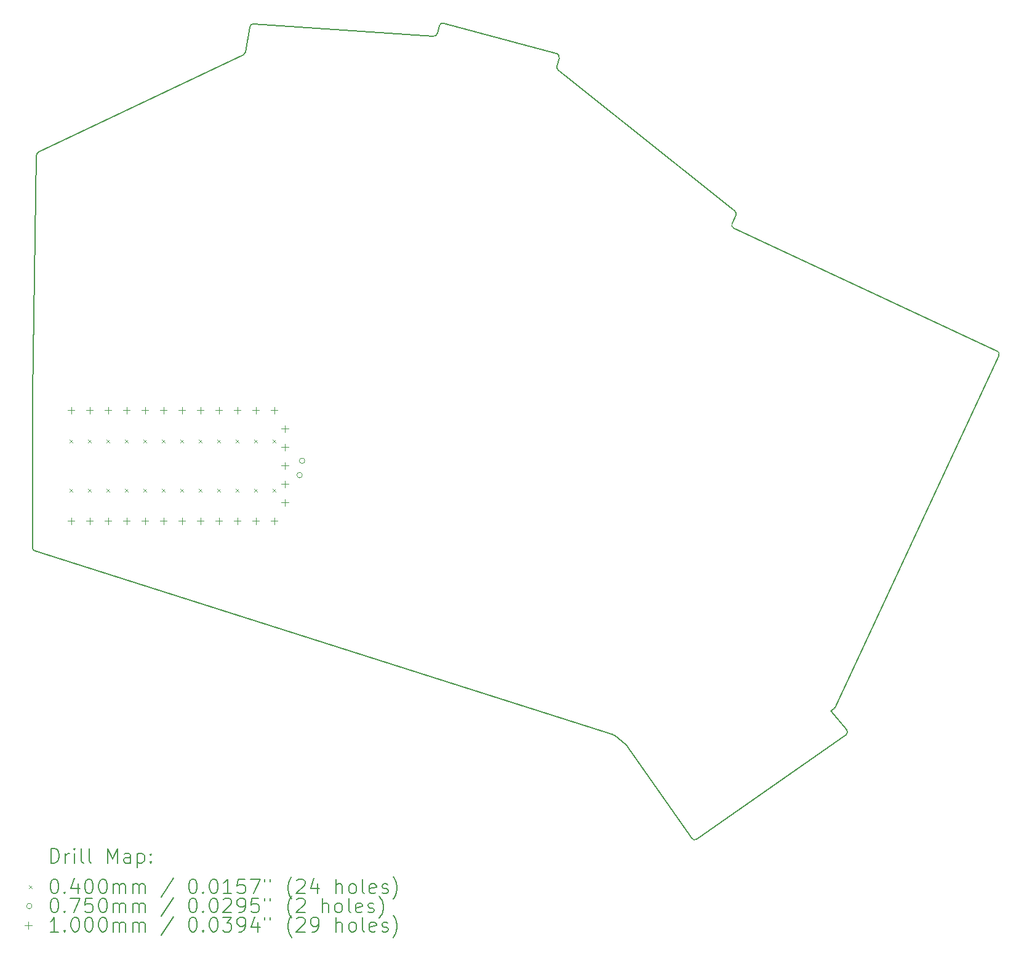
<source format=gbr>
%TF.GenerationSoftware,KiCad,Pcbnew,8.0.8+1*%
%TF.CreationDate,2025-05-19T02:25:48+00:00*%
%TF.ProjectId,mearchlar_wireless,6d656172-6368-46c6-9172-5f776972656c,0.2*%
%TF.SameCoordinates,Original*%
%TF.FileFunction,Drillmap*%
%TF.FilePolarity,Positive*%
%FSLAX45Y45*%
G04 Gerber Fmt 4.5, Leading zero omitted, Abs format (unit mm)*
G04 Created by KiCad (PCBNEW 8.0.8+1) date 2025-05-19 02:25:48*
%MOMM*%
%LPD*%
G01*
G04 APERTURE LIST*
%ADD10C,0.150000*%
%ADD11C,0.200000*%
%ADD12C,0.100000*%
G04 APERTURE END LIST*
D10*
X9100007Y-9126587D02*
X9154488Y-5825011D01*
X9183010Y-5780681D02*
X12001128Y-4440685D01*
X12028897Y-4404213D02*
X12090392Y-4055454D01*
X12143067Y-4014254D02*
X14616690Y-4184528D01*
X14668420Y-4147587D02*
X14697001Y-4040921D01*
X14758238Y-4005566D02*
X16308936Y-4421074D01*
X16344291Y-4482312D02*
X16313519Y-4597154D01*
X16330607Y-4649160D02*
X18762011Y-6591581D01*
X18724064Y-6763405D02*
X18776118Y-6651776D01*
X20080569Y-13476294D02*
X20299724Y-13732601D01*
X20290401Y-13806052D02*
X18238488Y-15242817D01*
X18168852Y-15230539D02*
X17272259Y-13950072D01*
X17262597Y-13939756D02*
X17106773Y-13814703D01*
X17090630Y-13806050D02*
X9134848Y-11276082D01*
X9100000Y-11228433D02*
X9100000Y-9127412D01*
X18748249Y-6829851D02*
X22371577Y-8519437D01*
X22395761Y-8585883D02*
X20137837Y-13428016D01*
X20121201Y-13447843D02*
X20080569Y-13476294D01*
X9154488Y-5825011D02*
G75*
G02*
X9183012Y-5780685I49992J-829D01*
G01*
X12028897Y-4404213D02*
G75*
G02*
X12001127Y-4440684I-49237J8683D01*
G01*
X12090392Y-4055454D02*
G75*
G02*
X12143066Y-4014260I49238J-8686D01*
G01*
X14668420Y-4147587D02*
G75*
G02*
X14616690Y-4184535I-48300J12937D01*
G01*
X14697001Y-4040921D02*
G75*
G02*
X14758240Y-4005561I48299J-12939D01*
G01*
X16308936Y-4421074D02*
G75*
G02*
X16344287Y-4482311I-12946J-48296D01*
G01*
X16330607Y-4649160D02*
G75*
G02*
X16313525Y-4597156I31213J39060D01*
G01*
X18762010Y-6591581D02*
G75*
G02*
X18776122Y-6651778I-31210J-39069D01*
G01*
X18748249Y-6829851D02*
G75*
G02*
X18724069Y-6763407I21131J45312D01*
G01*
X22371577Y-8519437D02*
G75*
G02*
X22395760Y-8585883I-21127J-45313D01*
G01*
X20137837Y-13428016D02*
G75*
G02*
X20121202Y-13447845I-45317J21126D01*
G01*
X20299724Y-13732601D02*
G75*
G02*
X20290397Y-13806047I-38004J-32489D01*
G01*
X18238488Y-15242817D02*
G75*
G02*
X18168853Y-15230538I-28678J40957D01*
G01*
X17262597Y-13939756D02*
G75*
G02*
X17272259Y-13950073I-31297J-38994D01*
G01*
X17090630Y-13806050D02*
G75*
G02*
X17106773Y-13814703I-15150J-47650D01*
G01*
X9134848Y-11276082D02*
G75*
G02*
X9099997Y-11228433I15153J47652D01*
G01*
X9100000Y-9127412D02*
G75*
G02*
X9100007Y-9126587I50050J2D01*
G01*
D11*
D12*
X9610000Y-9740000D02*
X9650000Y-9780000D01*
X9650000Y-9740000D02*
X9610000Y-9780000D01*
X9610000Y-10420000D02*
X9650000Y-10460000D01*
X9650000Y-10420000D02*
X9610000Y-10460000D01*
X9864000Y-9740000D02*
X9904000Y-9780000D01*
X9904000Y-9740000D02*
X9864000Y-9780000D01*
X9864000Y-10420000D02*
X9904000Y-10460000D01*
X9904000Y-10420000D02*
X9864000Y-10460000D01*
X10118000Y-9740000D02*
X10158000Y-9780000D01*
X10158000Y-9740000D02*
X10118000Y-9780000D01*
X10118000Y-10420000D02*
X10158000Y-10460000D01*
X10158000Y-10420000D02*
X10118000Y-10460000D01*
X10372000Y-9740000D02*
X10412000Y-9780000D01*
X10412000Y-9740000D02*
X10372000Y-9780000D01*
X10372000Y-10420000D02*
X10412000Y-10460000D01*
X10412000Y-10420000D02*
X10372000Y-10460000D01*
X10626000Y-9740000D02*
X10666000Y-9780000D01*
X10666000Y-9740000D02*
X10626000Y-9780000D01*
X10626000Y-10420000D02*
X10666000Y-10460000D01*
X10666000Y-10420000D02*
X10626000Y-10460000D01*
X10880000Y-9740000D02*
X10920000Y-9780000D01*
X10920000Y-9740000D02*
X10880000Y-9780000D01*
X10880000Y-10420000D02*
X10920000Y-10460000D01*
X10920000Y-10420000D02*
X10880000Y-10460000D01*
X11134000Y-9740000D02*
X11174000Y-9780000D01*
X11174000Y-9740000D02*
X11134000Y-9780000D01*
X11134000Y-10420000D02*
X11174000Y-10460000D01*
X11174000Y-10420000D02*
X11134000Y-10460000D01*
X11388000Y-9740000D02*
X11428000Y-9780000D01*
X11428000Y-9740000D02*
X11388000Y-9780000D01*
X11388000Y-10420000D02*
X11428000Y-10460000D01*
X11428000Y-10420000D02*
X11388000Y-10460000D01*
X11642000Y-9740000D02*
X11682000Y-9780000D01*
X11682000Y-9740000D02*
X11642000Y-9780000D01*
X11642000Y-10420000D02*
X11682000Y-10460000D01*
X11682000Y-10420000D02*
X11642000Y-10460000D01*
X11896000Y-9740000D02*
X11936000Y-9780000D01*
X11936000Y-9740000D02*
X11896000Y-9780000D01*
X11896000Y-10420000D02*
X11936000Y-10460000D01*
X11936000Y-10420000D02*
X11896000Y-10460000D01*
X12150000Y-9740000D02*
X12190000Y-9780000D01*
X12190000Y-9740000D02*
X12150000Y-9780000D01*
X12150000Y-10420000D02*
X12190000Y-10460000D01*
X12190000Y-10420000D02*
X12150000Y-10460000D01*
X12404000Y-9740000D02*
X12444000Y-9780000D01*
X12444000Y-9740000D02*
X12404000Y-9780000D01*
X12404000Y-10420000D02*
X12444000Y-10460000D01*
X12444000Y-10420000D02*
X12404000Y-10460000D01*
X12811260Y-10228937D02*
G75*
G02*
X12736260Y-10228937I-37500J0D01*
G01*
X12736260Y-10228937D02*
G75*
G02*
X12811260Y-10228937I37500J0D01*
G01*
X12845990Y-10031976D02*
G75*
G02*
X12770990Y-10031976I-37500J0D01*
G01*
X12770990Y-10031976D02*
G75*
G02*
X12845990Y-10031976I37500J0D01*
G01*
X9630000Y-9288000D02*
X9630000Y-9388000D01*
X9580000Y-9338000D02*
X9680000Y-9338000D01*
X9630000Y-10812000D02*
X9630000Y-10912000D01*
X9580000Y-10862000D02*
X9680000Y-10862000D01*
X9884000Y-9288000D02*
X9884000Y-9388000D01*
X9834000Y-9338000D02*
X9934000Y-9338000D01*
X9884000Y-10812000D02*
X9884000Y-10912000D01*
X9834000Y-10862000D02*
X9934000Y-10862000D01*
X10138000Y-9288000D02*
X10138000Y-9388000D01*
X10088000Y-9338000D02*
X10188000Y-9338000D01*
X10138000Y-10812000D02*
X10138000Y-10912000D01*
X10088000Y-10862000D02*
X10188000Y-10862000D01*
X10392000Y-9288000D02*
X10392000Y-9388000D01*
X10342000Y-9338000D02*
X10442000Y-9338000D01*
X10392000Y-10812000D02*
X10392000Y-10912000D01*
X10342000Y-10862000D02*
X10442000Y-10862000D01*
X10646000Y-9288000D02*
X10646000Y-9388000D01*
X10596000Y-9338000D02*
X10696000Y-9338000D01*
X10646000Y-10812000D02*
X10646000Y-10912000D01*
X10596000Y-10862000D02*
X10696000Y-10862000D01*
X10900000Y-9288000D02*
X10900000Y-9388000D01*
X10850000Y-9338000D02*
X10950000Y-9338000D01*
X10900000Y-10812000D02*
X10900000Y-10912000D01*
X10850000Y-10862000D02*
X10950000Y-10862000D01*
X11154000Y-9288000D02*
X11154000Y-9388000D01*
X11104000Y-9338000D02*
X11204000Y-9338000D01*
X11154000Y-10812000D02*
X11154000Y-10912000D01*
X11104000Y-10862000D02*
X11204000Y-10862000D01*
X11408000Y-9288000D02*
X11408000Y-9388000D01*
X11358000Y-9338000D02*
X11458000Y-9338000D01*
X11408000Y-10812000D02*
X11408000Y-10912000D01*
X11358000Y-10862000D02*
X11458000Y-10862000D01*
X11662000Y-9288000D02*
X11662000Y-9388000D01*
X11612000Y-9338000D02*
X11712000Y-9338000D01*
X11662000Y-10812000D02*
X11662000Y-10912000D01*
X11612000Y-10862000D02*
X11712000Y-10862000D01*
X11916000Y-9288000D02*
X11916000Y-9388000D01*
X11866000Y-9338000D02*
X11966000Y-9338000D01*
X11916000Y-10812000D02*
X11916000Y-10912000D01*
X11866000Y-10862000D02*
X11966000Y-10862000D01*
X12170000Y-9288000D02*
X12170000Y-9388000D01*
X12120000Y-9338000D02*
X12220000Y-9338000D01*
X12170000Y-10812000D02*
X12170000Y-10912000D01*
X12120000Y-10862000D02*
X12220000Y-10862000D01*
X12424000Y-9288000D02*
X12424000Y-9388000D01*
X12374000Y-9338000D02*
X12474000Y-9338000D01*
X12424000Y-10812000D02*
X12424000Y-10912000D01*
X12374000Y-10862000D02*
X12474000Y-10862000D01*
X12570000Y-9542000D02*
X12570000Y-9642000D01*
X12520000Y-9592000D02*
X12620000Y-9592000D01*
X12570000Y-9796000D02*
X12570000Y-9896000D01*
X12520000Y-9846000D02*
X12620000Y-9846000D01*
X12570000Y-10050000D02*
X12570000Y-10150000D01*
X12520000Y-10100000D02*
X12620000Y-10100000D01*
X12570000Y-10304000D02*
X12570000Y-10404000D01*
X12520000Y-10354000D02*
X12620000Y-10354000D01*
X12570000Y-10558000D02*
X12570000Y-10658000D01*
X12520000Y-10608000D02*
X12620000Y-10608000D01*
D11*
X9353277Y-15570843D02*
X9353277Y-15370843D01*
X9353277Y-15370843D02*
X9400896Y-15370843D01*
X9400896Y-15370843D02*
X9429467Y-15380367D01*
X9429467Y-15380367D02*
X9448515Y-15399414D01*
X9448515Y-15399414D02*
X9458039Y-15418462D01*
X9458039Y-15418462D02*
X9467563Y-15456557D01*
X9467563Y-15456557D02*
X9467563Y-15485129D01*
X9467563Y-15485129D02*
X9458039Y-15523224D01*
X9458039Y-15523224D02*
X9448515Y-15542272D01*
X9448515Y-15542272D02*
X9429467Y-15561319D01*
X9429467Y-15561319D02*
X9400896Y-15570843D01*
X9400896Y-15570843D02*
X9353277Y-15570843D01*
X9553277Y-15570843D02*
X9553277Y-15437510D01*
X9553277Y-15475605D02*
X9562801Y-15456557D01*
X9562801Y-15456557D02*
X9572324Y-15447033D01*
X9572324Y-15447033D02*
X9591372Y-15437510D01*
X9591372Y-15437510D02*
X9610420Y-15437510D01*
X9677086Y-15570843D02*
X9677086Y-15437510D01*
X9677086Y-15370843D02*
X9667563Y-15380367D01*
X9667563Y-15380367D02*
X9677086Y-15389891D01*
X9677086Y-15389891D02*
X9686610Y-15380367D01*
X9686610Y-15380367D02*
X9677086Y-15370843D01*
X9677086Y-15370843D02*
X9677086Y-15389891D01*
X9800896Y-15570843D02*
X9781848Y-15561319D01*
X9781848Y-15561319D02*
X9772324Y-15542272D01*
X9772324Y-15542272D02*
X9772324Y-15370843D01*
X9905658Y-15570843D02*
X9886610Y-15561319D01*
X9886610Y-15561319D02*
X9877086Y-15542272D01*
X9877086Y-15542272D02*
X9877086Y-15370843D01*
X10134229Y-15570843D02*
X10134229Y-15370843D01*
X10134229Y-15370843D02*
X10200896Y-15513700D01*
X10200896Y-15513700D02*
X10267563Y-15370843D01*
X10267563Y-15370843D02*
X10267563Y-15570843D01*
X10448515Y-15570843D02*
X10448515Y-15466081D01*
X10448515Y-15466081D02*
X10438991Y-15447033D01*
X10438991Y-15447033D02*
X10419944Y-15437510D01*
X10419944Y-15437510D02*
X10381848Y-15437510D01*
X10381848Y-15437510D02*
X10362801Y-15447033D01*
X10448515Y-15561319D02*
X10429467Y-15570843D01*
X10429467Y-15570843D02*
X10381848Y-15570843D01*
X10381848Y-15570843D02*
X10362801Y-15561319D01*
X10362801Y-15561319D02*
X10353277Y-15542272D01*
X10353277Y-15542272D02*
X10353277Y-15523224D01*
X10353277Y-15523224D02*
X10362801Y-15504176D01*
X10362801Y-15504176D02*
X10381848Y-15494653D01*
X10381848Y-15494653D02*
X10429467Y-15494653D01*
X10429467Y-15494653D02*
X10448515Y-15485129D01*
X10543753Y-15437510D02*
X10543753Y-15637510D01*
X10543753Y-15447033D02*
X10562801Y-15437510D01*
X10562801Y-15437510D02*
X10600896Y-15437510D01*
X10600896Y-15437510D02*
X10619944Y-15447033D01*
X10619944Y-15447033D02*
X10629467Y-15456557D01*
X10629467Y-15456557D02*
X10638991Y-15475605D01*
X10638991Y-15475605D02*
X10638991Y-15532748D01*
X10638991Y-15532748D02*
X10629467Y-15551795D01*
X10629467Y-15551795D02*
X10619944Y-15561319D01*
X10619944Y-15561319D02*
X10600896Y-15570843D01*
X10600896Y-15570843D02*
X10562801Y-15570843D01*
X10562801Y-15570843D02*
X10543753Y-15561319D01*
X10724705Y-15551795D02*
X10734229Y-15561319D01*
X10734229Y-15561319D02*
X10724705Y-15570843D01*
X10724705Y-15570843D02*
X10715182Y-15561319D01*
X10715182Y-15561319D02*
X10724705Y-15551795D01*
X10724705Y-15551795D02*
X10724705Y-15570843D01*
X10724705Y-15447033D02*
X10734229Y-15456557D01*
X10734229Y-15456557D02*
X10724705Y-15466081D01*
X10724705Y-15466081D02*
X10715182Y-15456557D01*
X10715182Y-15456557D02*
X10724705Y-15447033D01*
X10724705Y-15447033D02*
X10724705Y-15466081D01*
D12*
X9052500Y-15879359D02*
X9092500Y-15919359D01*
X9092500Y-15879359D02*
X9052500Y-15919359D01*
D11*
X9391372Y-15790843D02*
X9410420Y-15790843D01*
X9410420Y-15790843D02*
X9429467Y-15800367D01*
X9429467Y-15800367D02*
X9438991Y-15809891D01*
X9438991Y-15809891D02*
X9448515Y-15828938D01*
X9448515Y-15828938D02*
X9458039Y-15867033D01*
X9458039Y-15867033D02*
X9458039Y-15914653D01*
X9458039Y-15914653D02*
X9448515Y-15952748D01*
X9448515Y-15952748D02*
X9438991Y-15971795D01*
X9438991Y-15971795D02*
X9429467Y-15981319D01*
X9429467Y-15981319D02*
X9410420Y-15990843D01*
X9410420Y-15990843D02*
X9391372Y-15990843D01*
X9391372Y-15990843D02*
X9372324Y-15981319D01*
X9372324Y-15981319D02*
X9362801Y-15971795D01*
X9362801Y-15971795D02*
X9353277Y-15952748D01*
X9353277Y-15952748D02*
X9343753Y-15914653D01*
X9343753Y-15914653D02*
X9343753Y-15867033D01*
X9343753Y-15867033D02*
X9353277Y-15828938D01*
X9353277Y-15828938D02*
X9362801Y-15809891D01*
X9362801Y-15809891D02*
X9372324Y-15800367D01*
X9372324Y-15800367D02*
X9391372Y-15790843D01*
X9543753Y-15971795D02*
X9553277Y-15981319D01*
X9553277Y-15981319D02*
X9543753Y-15990843D01*
X9543753Y-15990843D02*
X9534229Y-15981319D01*
X9534229Y-15981319D02*
X9543753Y-15971795D01*
X9543753Y-15971795D02*
X9543753Y-15990843D01*
X9724705Y-15857510D02*
X9724705Y-15990843D01*
X9677086Y-15781319D02*
X9629467Y-15924176D01*
X9629467Y-15924176D02*
X9753277Y-15924176D01*
X9867563Y-15790843D02*
X9886610Y-15790843D01*
X9886610Y-15790843D02*
X9905658Y-15800367D01*
X9905658Y-15800367D02*
X9915182Y-15809891D01*
X9915182Y-15809891D02*
X9924705Y-15828938D01*
X9924705Y-15828938D02*
X9934229Y-15867033D01*
X9934229Y-15867033D02*
X9934229Y-15914653D01*
X9934229Y-15914653D02*
X9924705Y-15952748D01*
X9924705Y-15952748D02*
X9915182Y-15971795D01*
X9915182Y-15971795D02*
X9905658Y-15981319D01*
X9905658Y-15981319D02*
X9886610Y-15990843D01*
X9886610Y-15990843D02*
X9867563Y-15990843D01*
X9867563Y-15990843D02*
X9848515Y-15981319D01*
X9848515Y-15981319D02*
X9838991Y-15971795D01*
X9838991Y-15971795D02*
X9829467Y-15952748D01*
X9829467Y-15952748D02*
X9819944Y-15914653D01*
X9819944Y-15914653D02*
X9819944Y-15867033D01*
X9819944Y-15867033D02*
X9829467Y-15828938D01*
X9829467Y-15828938D02*
X9838991Y-15809891D01*
X9838991Y-15809891D02*
X9848515Y-15800367D01*
X9848515Y-15800367D02*
X9867563Y-15790843D01*
X10058039Y-15790843D02*
X10077086Y-15790843D01*
X10077086Y-15790843D02*
X10096134Y-15800367D01*
X10096134Y-15800367D02*
X10105658Y-15809891D01*
X10105658Y-15809891D02*
X10115182Y-15828938D01*
X10115182Y-15828938D02*
X10124705Y-15867033D01*
X10124705Y-15867033D02*
X10124705Y-15914653D01*
X10124705Y-15914653D02*
X10115182Y-15952748D01*
X10115182Y-15952748D02*
X10105658Y-15971795D01*
X10105658Y-15971795D02*
X10096134Y-15981319D01*
X10096134Y-15981319D02*
X10077086Y-15990843D01*
X10077086Y-15990843D02*
X10058039Y-15990843D01*
X10058039Y-15990843D02*
X10038991Y-15981319D01*
X10038991Y-15981319D02*
X10029467Y-15971795D01*
X10029467Y-15971795D02*
X10019944Y-15952748D01*
X10019944Y-15952748D02*
X10010420Y-15914653D01*
X10010420Y-15914653D02*
X10010420Y-15867033D01*
X10010420Y-15867033D02*
X10019944Y-15828938D01*
X10019944Y-15828938D02*
X10029467Y-15809891D01*
X10029467Y-15809891D02*
X10038991Y-15800367D01*
X10038991Y-15800367D02*
X10058039Y-15790843D01*
X10210420Y-15990843D02*
X10210420Y-15857510D01*
X10210420Y-15876557D02*
X10219944Y-15867033D01*
X10219944Y-15867033D02*
X10238991Y-15857510D01*
X10238991Y-15857510D02*
X10267563Y-15857510D01*
X10267563Y-15857510D02*
X10286610Y-15867033D01*
X10286610Y-15867033D02*
X10296134Y-15886081D01*
X10296134Y-15886081D02*
X10296134Y-15990843D01*
X10296134Y-15886081D02*
X10305658Y-15867033D01*
X10305658Y-15867033D02*
X10324705Y-15857510D01*
X10324705Y-15857510D02*
X10353277Y-15857510D01*
X10353277Y-15857510D02*
X10372325Y-15867033D01*
X10372325Y-15867033D02*
X10381848Y-15886081D01*
X10381848Y-15886081D02*
X10381848Y-15990843D01*
X10477086Y-15990843D02*
X10477086Y-15857510D01*
X10477086Y-15876557D02*
X10486610Y-15867033D01*
X10486610Y-15867033D02*
X10505658Y-15857510D01*
X10505658Y-15857510D02*
X10534229Y-15857510D01*
X10534229Y-15857510D02*
X10553277Y-15867033D01*
X10553277Y-15867033D02*
X10562801Y-15886081D01*
X10562801Y-15886081D02*
X10562801Y-15990843D01*
X10562801Y-15886081D02*
X10572325Y-15867033D01*
X10572325Y-15867033D02*
X10591372Y-15857510D01*
X10591372Y-15857510D02*
X10619944Y-15857510D01*
X10619944Y-15857510D02*
X10638991Y-15867033D01*
X10638991Y-15867033D02*
X10648515Y-15886081D01*
X10648515Y-15886081D02*
X10648515Y-15990843D01*
X11038991Y-15781319D02*
X10867563Y-16038462D01*
X11296134Y-15790843D02*
X11315182Y-15790843D01*
X11315182Y-15790843D02*
X11334229Y-15800367D01*
X11334229Y-15800367D02*
X11343753Y-15809891D01*
X11343753Y-15809891D02*
X11353277Y-15828938D01*
X11353277Y-15828938D02*
X11362801Y-15867033D01*
X11362801Y-15867033D02*
X11362801Y-15914653D01*
X11362801Y-15914653D02*
X11353277Y-15952748D01*
X11353277Y-15952748D02*
X11343753Y-15971795D01*
X11343753Y-15971795D02*
X11334229Y-15981319D01*
X11334229Y-15981319D02*
X11315182Y-15990843D01*
X11315182Y-15990843D02*
X11296134Y-15990843D01*
X11296134Y-15990843D02*
X11277086Y-15981319D01*
X11277086Y-15981319D02*
X11267563Y-15971795D01*
X11267563Y-15971795D02*
X11258039Y-15952748D01*
X11258039Y-15952748D02*
X11248515Y-15914653D01*
X11248515Y-15914653D02*
X11248515Y-15867033D01*
X11248515Y-15867033D02*
X11258039Y-15828938D01*
X11258039Y-15828938D02*
X11267563Y-15809891D01*
X11267563Y-15809891D02*
X11277086Y-15800367D01*
X11277086Y-15800367D02*
X11296134Y-15790843D01*
X11448515Y-15971795D02*
X11458039Y-15981319D01*
X11458039Y-15981319D02*
X11448515Y-15990843D01*
X11448515Y-15990843D02*
X11438991Y-15981319D01*
X11438991Y-15981319D02*
X11448515Y-15971795D01*
X11448515Y-15971795D02*
X11448515Y-15990843D01*
X11581848Y-15790843D02*
X11600896Y-15790843D01*
X11600896Y-15790843D02*
X11619944Y-15800367D01*
X11619944Y-15800367D02*
X11629467Y-15809891D01*
X11629467Y-15809891D02*
X11638991Y-15828938D01*
X11638991Y-15828938D02*
X11648515Y-15867033D01*
X11648515Y-15867033D02*
X11648515Y-15914653D01*
X11648515Y-15914653D02*
X11638991Y-15952748D01*
X11638991Y-15952748D02*
X11629467Y-15971795D01*
X11629467Y-15971795D02*
X11619944Y-15981319D01*
X11619944Y-15981319D02*
X11600896Y-15990843D01*
X11600896Y-15990843D02*
X11581848Y-15990843D01*
X11581848Y-15990843D02*
X11562801Y-15981319D01*
X11562801Y-15981319D02*
X11553277Y-15971795D01*
X11553277Y-15971795D02*
X11543753Y-15952748D01*
X11543753Y-15952748D02*
X11534229Y-15914653D01*
X11534229Y-15914653D02*
X11534229Y-15867033D01*
X11534229Y-15867033D02*
X11543753Y-15828938D01*
X11543753Y-15828938D02*
X11553277Y-15809891D01*
X11553277Y-15809891D02*
X11562801Y-15800367D01*
X11562801Y-15800367D02*
X11581848Y-15790843D01*
X11838991Y-15990843D02*
X11724706Y-15990843D01*
X11781848Y-15990843D02*
X11781848Y-15790843D01*
X11781848Y-15790843D02*
X11762801Y-15819414D01*
X11762801Y-15819414D02*
X11743753Y-15838462D01*
X11743753Y-15838462D02*
X11724706Y-15847986D01*
X12019944Y-15790843D02*
X11924706Y-15790843D01*
X11924706Y-15790843D02*
X11915182Y-15886081D01*
X11915182Y-15886081D02*
X11924706Y-15876557D01*
X11924706Y-15876557D02*
X11943753Y-15867033D01*
X11943753Y-15867033D02*
X11991372Y-15867033D01*
X11991372Y-15867033D02*
X12010420Y-15876557D01*
X12010420Y-15876557D02*
X12019944Y-15886081D01*
X12019944Y-15886081D02*
X12029467Y-15905129D01*
X12029467Y-15905129D02*
X12029467Y-15952748D01*
X12029467Y-15952748D02*
X12019944Y-15971795D01*
X12019944Y-15971795D02*
X12010420Y-15981319D01*
X12010420Y-15981319D02*
X11991372Y-15990843D01*
X11991372Y-15990843D02*
X11943753Y-15990843D01*
X11943753Y-15990843D02*
X11924706Y-15981319D01*
X11924706Y-15981319D02*
X11915182Y-15971795D01*
X12096134Y-15790843D02*
X12229467Y-15790843D01*
X12229467Y-15790843D02*
X12143753Y-15990843D01*
X12296134Y-15790843D02*
X12296134Y-15828938D01*
X12372325Y-15790843D02*
X12372325Y-15828938D01*
X12667563Y-16067033D02*
X12658039Y-16057510D01*
X12658039Y-16057510D02*
X12638991Y-16028938D01*
X12638991Y-16028938D02*
X12629468Y-16009891D01*
X12629468Y-16009891D02*
X12619944Y-15981319D01*
X12619944Y-15981319D02*
X12610420Y-15933700D01*
X12610420Y-15933700D02*
X12610420Y-15895605D01*
X12610420Y-15895605D02*
X12619944Y-15847986D01*
X12619944Y-15847986D02*
X12629468Y-15819414D01*
X12629468Y-15819414D02*
X12638991Y-15800367D01*
X12638991Y-15800367D02*
X12658039Y-15771795D01*
X12658039Y-15771795D02*
X12667563Y-15762272D01*
X12734229Y-15809891D02*
X12743753Y-15800367D01*
X12743753Y-15800367D02*
X12762801Y-15790843D01*
X12762801Y-15790843D02*
X12810420Y-15790843D01*
X12810420Y-15790843D02*
X12829468Y-15800367D01*
X12829468Y-15800367D02*
X12838991Y-15809891D01*
X12838991Y-15809891D02*
X12848515Y-15828938D01*
X12848515Y-15828938D02*
X12848515Y-15847986D01*
X12848515Y-15847986D02*
X12838991Y-15876557D01*
X12838991Y-15876557D02*
X12724706Y-15990843D01*
X12724706Y-15990843D02*
X12848515Y-15990843D01*
X13019944Y-15857510D02*
X13019944Y-15990843D01*
X12972325Y-15781319D02*
X12924706Y-15924176D01*
X12924706Y-15924176D02*
X13048515Y-15924176D01*
X13277087Y-15990843D02*
X13277087Y-15790843D01*
X13362801Y-15990843D02*
X13362801Y-15886081D01*
X13362801Y-15886081D02*
X13353277Y-15867033D01*
X13353277Y-15867033D02*
X13334230Y-15857510D01*
X13334230Y-15857510D02*
X13305658Y-15857510D01*
X13305658Y-15857510D02*
X13286610Y-15867033D01*
X13286610Y-15867033D02*
X13277087Y-15876557D01*
X13486610Y-15990843D02*
X13467563Y-15981319D01*
X13467563Y-15981319D02*
X13458039Y-15971795D01*
X13458039Y-15971795D02*
X13448515Y-15952748D01*
X13448515Y-15952748D02*
X13448515Y-15895605D01*
X13448515Y-15895605D02*
X13458039Y-15876557D01*
X13458039Y-15876557D02*
X13467563Y-15867033D01*
X13467563Y-15867033D02*
X13486610Y-15857510D01*
X13486610Y-15857510D02*
X13515182Y-15857510D01*
X13515182Y-15857510D02*
X13534230Y-15867033D01*
X13534230Y-15867033D02*
X13543753Y-15876557D01*
X13543753Y-15876557D02*
X13553277Y-15895605D01*
X13553277Y-15895605D02*
X13553277Y-15952748D01*
X13553277Y-15952748D02*
X13543753Y-15971795D01*
X13543753Y-15971795D02*
X13534230Y-15981319D01*
X13534230Y-15981319D02*
X13515182Y-15990843D01*
X13515182Y-15990843D02*
X13486610Y-15990843D01*
X13667563Y-15990843D02*
X13648515Y-15981319D01*
X13648515Y-15981319D02*
X13638991Y-15962272D01*
X13638991Y-15962272D02*
X13638991Y-15790843D01*
X13819944Y-15981319D02*
X13800896Y-15990843D01*
X13800896Y-15990843D02*
X13762801Y-15990843D01*
X13762801Y-15990843D02*
X13743753Y-15981319D01*
X13743753Y-15981319D02*
X13734230Y-15962272D01*
X13734230Y-15962272D02*
X13734230Y-15886081D01*
X13734230Y-15886081D02*
X13743753Y-15867033D01*
X13743753Y-15867033D02*
X13762801Y-15857510D01*
X13762801Y-15857510D02*
X13800896Y-15857510D01*
X13800896Y-15857510D02*
X13819944Y-15867033D01*
X13819944Y-15867033D02*
X13829468Y-15886081D01*
X13829468Y-15886081D02*
X13829468Y-15905129D01*
X13829468Y-15905129D02*
X13734230Y-15924176D01*
X13905658Y-15981319D02*
X13924706Y-15990843D01*
X13924706Y-15990843D02*
X13962801Y-15990843D01*
X13962801Y-15990843D02*
X13981849Y-15981319D01*
X13981849Y-15981319D02*
X13991372Y-15962272D01*
X13991372Y-15962272D02*
X13991372Y-15952748D01*
X13991372Y-15952748D02*
X13981849Y-15933700D01*
X13981849Y-15933700D02*
X13962801Y-15924176D01*
X13962801Y-15924176D02*
X13934230Y-15924176D01*
X13934230Y-15924176D02*
X13915182Y-15914653D01*
X13915182Y-15914653D02*
X13905658Y-15895605D01*
X13905658Y-15895605D02*
X13905658Y-15886081D01*
X13905658Y-15886081D02*
X13915182Y-15867033D01*
X13915182Y-15867033D02*
X13934230Y-15857510D01*
X13934230Y-15857510D02*
X13962801Y-15857510D01*
X13962801Y-15857510D02*
X13981849Y-15867033D01*
X14058039Y-16067033D02*
X14067563Y-16057510D01*
X14067563Y-16057510D02*
X14086611Y-16028938D01*
X14086611Y-16028938D02*
X14096134Y-16009891D01*
X14096134Y-16009891D02*
X14105658Y-15981319D01*
X14105658Y-15981319D02*
X14115182Y-15933700D01*
X14115182Y-15933700D02*
X14115182Y-15895605D01*
X14115182Y-15895605D02*
X14105658Y-15847986D01*
X14105658Y-15847986D02*
X14096134Y-15819414D01*
X14096134Y-15819414D02*
X14086611Y-15800367D01*
X14086611Y-15800367D02*
X14067563Y-15771795D01*
X14067563Y-15771795D02*
X14058039Y-15762272D01*
D12*
X9092500Y-16163359D02*
G75*
G02*
X9017500Y-16163359I-37500J0D01*
G01*
X9017500Y-16163359D02*
G75*
G02*
X9092500Y-16163359I37500J0D01*
G01*
D11*
X9391372Y-16054843D02*
X9410420Y-16054843D01*
X9410420Y-16054843D02*
X9429467Y-16064367D01*
X9429467Y-16064367D02*
X9438991Y-16073891D01*
X9438991Y-16073891D02*
X9448515Y-16092938D01*
X9448515Y-16092938D02*
X9458039Y-16131033D01*
X9458039Y-16131033D02*
X9458039Y-16178653D01*
X9458039Y-16178653D02*
X9448515Y-16216748D01*
X9448515Y-16216748D02*
X9438991Y-16235795D01*
X9438991Y-16235795D02*
X9429467Y-16245319D01*
X9429467Y-16245319D02*
X9410420Y-16254843D01*
X9410420Y-16254843D02*
X9391372Y-16254843D01*
X9391372Y-16254843D02*
X9372324Y-16245319D01*
X9372324Y-16245319D02*
X9362801Y-16235795D01*
X9362801Y-16235795D02*
X9353277Y-16216748D01*
X9353277Y-16216748D02*
X9343753Y-16178653D01*
X9343753Y-16178653D02*
X9343753Y-16131033D01*
X9343753Y-16131033D02*
X9353277Y-16092938D01*
X9353277Y-16092938D02*
X9362801Y-16073891D01*
X9362801Y-16073891D02*
X9372324Y-16064367D01*
X9372324Y-16064367D02*
X9391372Y-16054843D01*
X9543753Y-16235795D02*
X9553277Y-16245319D01*
X9553277Y-16245319D02*
X9543753Y-16254843D01*
X9543753Y-16254843D02*
X9534229Y-16245319D01*
X9534229Y-16245319D02*
X9543753Y-16235795D01*
X9543753Y-16235795D02*
X9543753Y-16254843D01*
X9619944Y-16054843D02*
X9753277Y-16054843D01*
X9753277Y-16054843D02*
X9667563Y-16254843D01*
X9924705Y-16054843D02*
X9829467Y-16054843D01*
X9829467Y-16054843D02*
X9819944Y-16150081D01*
X9819944Y-16150081D02*
X9829467Y-16140557D01*
X9829467Y-16140557D02*
X9848515Y-16131033D01*
X9848515Y-16131033D02*
X9896134Y-16131033D01*
X9896134Y-16131033D02*
X9915182Y-16140557D01*
X9915182Y-16140557D02*
X9924705Y-16150081D01*
X9924705Y-16150081D02*
X9934229Y-16169129D01*
X9934229Y-16169129D02*
X9934229Y-16216748D01*
X9934229Y-16216748D02*
X9924705Y-16235795D01*
X9924705Y-16235795D02*
X9915182Y-16245319D01*
X9915182Y-16245319D02*
X9896134Y-16254843D01*
X9896134Y-16254843D02*
X9848515Y-16254843D01*
X9848515Y-16254843D02*
X9829467Y-16245319D01*
X9829467Y-16245319D02*
X9819944Y-16235795D01*
X10058039Y-16054843D02*
X10077086Y-16054843D01*
X10077086Y-16054843D02*
X10096134Y-16064367D01*
X10096134Y-16064367D02*
X10105658Y-16073891D01*
X10105658Y-16073891D02*
X10115182Y-16092938D01*
X10115182Y-16092938D02*
X10124705Y-16131033D01*
X10124705Y-16131033D02*
X10124705Y-16178653D01*
X10124705Y-16178653D02*
X10115182Y-16216748D01*
X10115182Y-16216748D02*
X10105658Y-16235795D01*
X10105658Y-16235795D02*
X10096134Y-16245319D01*
X10096134Y-16245319D02*
X10077086Y-16254843D01*
X10077086Y-16254843D02*
X10058039Y-16254843D01*
X10058039Y-16254843D02*
X10038991Y-16245319D01*
X10038991Y-16245319D02*
X10029467Y-16235795D01*
X10029467Y-16235795D02*
X10019944Y-16216748D01*
X10019944Y-16216748D02*
X10010420Y-16178653D01*
X10010420Y-16178653D02*
X10010420Y-16131033D01*
X10010420Y-16131033D02*
X10019944Y-16092938D01*
X10019944Y-16092938D02*
X10029467Y-16073891D01*
X10029467Y-16073891D02*
X10038991Y-16064367D01*
X10038991Y-16064367D02*
X10058039Y-16054843D01*
X10210420Y-16254843D02*
X10210420Y-16121510D01*
X10210420Y-16140557D02*
X10219944Y-16131033D01*
X10219944Y-16131033D02*
X10238991Y-16121510D01*
X10238991Y-16121510D02*
X10267563Y-16121510D01*
X10267563Y-16121510D02*
X10286610Y-16131033D01*
X10286610Y-16131033D02*
X10296134Y-16150081D01*
X10296134Y-16150081D02*
X10296134Y-16254843D01*
X10296134Y-16150081D02*
X10305658Y-16131033D01*
X10305658Y-16131033D02*
X10324705Y-16121510D01*
X10324705Y-16121510D02*
X10353277Y-16121510D01*
X10353277Y-16121510D02*
X10372325Y-16131033D01*
X10372325Y-16131033D02*
X10381848Y-16150081D01*
X10381848Y-16150081D02*
X10381848Y-16254843D01*
X10477086Y-16254843D02*
X10477086Y-16121510D01*
X10477086Y-16140557D02*
X10486610Y-16131033D01*
X10486610Y-16131033D02*
X10505658Y-16121510D01*
X10505658Y-16121510D02*
X10534229Y-16121510D01*
X10534229Y-16121510D02*
X10553277Y-16131033D01*
X10553277Y-16131033D02*
X10562801Y-16150081D01*
X10562801Y-16150081D02*
X10562801Y-16254843D01*
X10562801Y-16150081D02*
X10572325Y-16131033D01*
X10572325Y-16131033D02*
X10591372Y-16121510D01*
X10591372Y-16121510D02*
X10619944Y-16121510D01*
X10619944Y-16121510D02*
X10638991Y-16131033D01*
X10638991Y-16131033D02*
X10648515Y-16150081D01*
X10648515Y-16150081D02*
X10648515Y-16254843D01*
X11038991Y-16045319D02*
X10867563Y-16302462D01*
X11296134Y-16054843D02*
X11315182Y-16054843D01*
X11315182Y-16054843D02*
X11334229Y-16064367D01*
X11334229Y-16064367D02*
X11343753Y-16073891D01*
X11343753Y-16073891D02*
X11353277Y-16092938D01*
X11353277Y-16092938D02*
X11362801Y-16131033D01*
X11362801Y-16131033D02*
X11362801Y-16178653D01*
X11362801Y-16178653D02*
X11353277Y-16216748D01*
X11353277Y-16216748D02*
X11343753Y-16235795D01*
X11343753Y-16235795D02*
X11334229Y-16245319D01*
X11334229Y-16245319D02*
X11315182Y-16254843D01*
X11315182Y-16254843D02*
X11296134Y-16254843D01*
X11296134Y-16254843D02*
X11277086Y-16245319D01*
X11277086Y-16245319D02*
X11267563Y-16235795D01*
X11267563Y-16235795D02*
X11258039Y-16216748D01*
X11258039Y-16216748D02*
X11248515Y-16178653D01*
X11248515Y-16178653D02*
X11248515Y-16131033D01*
X11248515Y-16131033D02*
X11258039Y-16092938D01*
X11258039Y-16092938D02*
X11267563Y-16073891D01*
X11267563Y-16073891D02*
X11277086Y-16064367D01*
X11277086Y-16064367D02*
X11296134Y-16054843D01*
X11448515Y-16235795D02*
X11458039Y-16245319D01*
X11458039Y-16245319D02*
X11448515Y-16254843D01*
X11448515Y-16254843D02*
X11438991Y-16245319D01*
X11438991Y-16245319D02*
X11448515Y-16235795D01*
X11448515Y-16235795D02*
X11448515Y-16254843D01*
X11581848Y-16054843D02*
X11600896Y-16054843D01*
X11600896Y-16054843D02*
X11619944Y-16064367D01*
X11619944Y-16064367D02*
X11629467Y-16073891D01*
X11629467Y-16073891D02*
X11638991Y-16092938D01*
X11638991Y-16092938D02*
X11648515Y-16131033D01*
X11648515Y-16131033D02*
X11648515Y-16178653D01*
X11648515Y-16178653D02*
X11638991Y-16216748D01*
X11638991Y-16216748D02*
X11629467Y-16235795D01*
X11629467Y-16235795D02*
X11619944Y-16245319D01*
X11619944Y-16245319D02*
X11600896Y-16254843D01*
X11600896Y-16254843D02*
X11581848Y-16254843D01*
X11581848Y-16254843D02*
X11562801Y-16245319D01*
X11562801Y-16245319D02*
X11553277Y-16235795D01*
X11553277Y-16235795D02*
X11543753Y-16216748D01*
X11543753Y-16216748D02*
X11534229Y-16178653D01*
X11534229Y-16178653D02*
X11534229Y-16131033D01*
X11534229Y-16131033D02*
X11543753Y-16092938D01*
X11543753Y-16092938D02*
X11553277Y-16073891D01*
X11553277Y-16073891D02*
X11562801Y-16064367D01*
X11562801Y-16064367D02*
X11581848Y-16054843D01*
X11724706Y-16073891D02*
X11734229Y-16064367D01*
X11734229Y-16064367D02*
X11753277Y-16054843D01*
X11753277Y-16054843D02*
X11800896Y-16054843D01*
X11800896Y-16054843D02*
X11819944Y-16064367D01*
X11819944Y-16064367D02*
X11829467Y-16073891D01*
X11829467Y-16073891D02*
X11838991Y-16092938D01*
X11838991Y-16092938D02*
X11838991Y-16111986D01*
X11838991Y-16111986D02*
X11829467Y-16140557D01*
X11829467Y-16140557D02*
X11715182Y-16254843D01*
X11715182Y-16254843D02*
X11838991Y-16254843D01*
X11934229Y-16254843D02*
X11972325Y-16254843D01*
X11972325Y-16254843D02*
X11991372Y-16245319D01*
X11991372Y-16245319D02*
X12000896Y-16235795D01*
X12000896Y-16235795D02*
X12019944Y-16207224D01*
X12019944Y-16207224D02*
X12029467Y-16169129D01*
X12029467Y-16169129D02*
X12029467Y-16092938D01*
X12029467Y-16092938D02*
X12019944Y-16073891D01*
X12019944Y-16073891D02*
X12010420Y-16064367D01*
X12010420Y-16064367D02*
X11991372Y-16054843D01*
X11991372Y-16054843D02*
X11953277Y-16054843D01*
X11953277Y-16054843D02*
X11934229Y-16064367D01*
X11934229Y-16064367D02*
X11924706Y-16073891D01*
X11924706Y-16073891D02*
X11915182Y-16092938D01*
X11915182Y-16092938D02*
X11915182Y-16140557D01*
X11915182Y-16140557D02*
X11924706Y-16159605D01*
X11924706Y-16159605D02*
X11934229Y-16169129D01*
X11934229Y-16169129D02*
X11953277Y-16178653D01*
X11953277Y-16178653D02*
X11991372Y-16178653D01*
X11991372Y-16178653D02*
X12010420Y-16169129D01*
X12010420Y-16169129D02*
X12019944Y-16159605D01*
X12019944Y-16159605D02*
X12029467Y-16140557D01*
X12210420Y-16054843D02*
X12115182Y-16054843D01*
X12115182Y-16054843D02*
X12105658Y-16150081D01*
X12105658Y-16150081D02*
X12115182Y-16140557D01*
X12115182Y-16140557D02*
X12134229Y-16131033D01*
X12134229Y-16131033D02*
X12181848Y-16131033D01*
X12181848Y-16131033D02*
X12200896Y-16140557D01*
X12200896Y-16140557D02*
X12210420Y-16150081D01*
X12210420Y-16150081D02*
X12219944Y-16169129D01*
X12219944Y-16169129D02*
X12219944Y-16216748D01*
X12219944Y-16216748D02*
X12210420Y-16235795D01*
X12210420Y-16235795D02*
X12200896Y-16245319D01*
X12200896Y-16245319D02*
X12181848Y-16254843D01*
X12181848Y-16254843D02*
X12134229Y-16254843D01*
X12134229Y-16254843D02*
X12115182Y-16245319D01*
X12115182Y-16245319D02*
X12105658Y-16235795D01*
X12296134Y-16054843D02*
X12296134Y-16092938D01*
X12372325Y-16054843D02*
X12372325Y-16092938D01*
X12667563Y-16331033D02*
X12658039Y-16321510D01*
X12658039Y-16321510D02*
X12638991Y-16292938D01*
X12638991Y-16292938D02*
X12629468Y-16273891D01*
X12629468Y-16273891D02*
X12619944Y-16245319D01*
X12619944Y-16245319D02*
X12610420Y-16197700D01*
X12610420Y-16197700D02*
X12610420Y-16159605D01*
X12610420Y-16159605D02*
X12619944Y-16111986D01*
X12619944Y-16111986D02*
X12629468Y-16083414D01*
X12629468Y-16083414D02*
X12638991Y-16064367D01*
X12638991Y-16064367D02*
X12658039Y-16035795D01*
X12658039Y-16035795D02*
X12667563Y-16026272D01*
X12734229Y-16073891D02*
X12743753Y-16064367D01*
X12743753Y-16064367D02*
X12762801Y-16054843D01*
X12762801Y-16054843D02*
X12810420Y-16054843D01*
X12810420Y-16054843D02*
X12829468Y-16064367D01*
X12829468Y-16064367D02*
X12838991Y-16073891D01*
X12838991Y-16073891D02*
X12848515Y-16092938D01*
X12848515Y-16092938D02*
X12848515Y-16111986D01*
X12848515Y-16111986D02*
X12838991Y-16140557D01*
X12838991Y-16140557D02*
X12724706Y-16254843D01*
X12724706Y-16254843D02*
X12848515Y-16254843D01*
X13086610Y-16254843D02*
X13086610Y-16054843D01*
X13172325Y-16254843D02*
X13172325Y-16150081D01*
X13172325Y-16150081D02*
X13162801Y-16131033D01*
X13162801Y-16131033D02*
X13143753Y-16121510D01*
X13143753Y-16121510D02*
X13115182Y-16121510D01*
X13115182Y-16121510D02*
X13096134Y-16131033D01*
X13096134Y-16131033D02*
X13086610Y-16140557D01*
X13296134Y-16254843D02*
X13277087Y-16245319D01*
X13277087Y-16245319D02*
X13267563Y-16235795D01*
X13267563Y-16235795D02*
X13258039Y-16216748D01*
X13258039Y-16216748D02*
X13258039Y-16159605D01*
X13258039Y-16159605D02*
X13267563Y-16140557D01*
X13267563Y-16140557D02*
X13277087Y-16131033D01*
X13277087Y-16131033D02*
X13296134Y-16121510D01*
X13296134Y-16121510D02*
X13324706Y-16121510D01*
X13324706Y-16121510D02*
X13343753Y-16131033D01*
X13343753Y-16131033D02*
X13353277Y-16140557D01*
X13353277Y-16140557D02*
X13362801Y-16159605D01*
X13362801Y-16159605D02*
X13362801Y-16216748D01*
X13362801Y-16216748D02*
X13353277Y-16235795D01*
X13353277Y-16235795D02*
X13343753Y-16245319D01*
X13343753Y-16245319D02*
X13324706Y-16254843D01*
X13324706Y-16254843D02*
X13296134Y-16254843D01*
X13477087Y-16254843D02*
X13458039Y-16245319D01*
X13458039Y-16245319D02*
X13448515Y-16226272D01*
X13448515Y-16226272D02*
X13448515Y-16054843D01*
X13629468Y-16245319D02*
X13610420Y-16254843D01*
X13610420Y-16254843D02*
X13572325Y-16254843D01*
X13572325Y-16254843D02*
X13553277Y-16245319D01*
X13553277Y-16245319D02*
X13543753Y-16226272D01*
X13543753Y-16226272D02*
X13543753Y-16150081D01*
X13543753Y-16150081D02*
X13553277Y-16131033D01*
X13553277Y-16131033D02*
X13572325Y-16121510D01*
X13572325Y-16121510D02*
X13610420Y-16121510D01*
X13610420Y-16121510D02*
X13629468Y-16131033D01*
X13629468Y-16131033D02*
X13638991Y-16150081D01*
X13638991Y-16150081D02*
X13638991Y-16169129D01*
X13638991Y-16169129D02*
X13543753Y-16188176D01*
X13715182Y-16245319D02*
X13734230Y-16254843D01*
X13734230Y-16254843D02*
X13772325Y-16254843D01*
X13772325Y-16254843D02*
X13791372Y-16245319D01*
X13791372Y-16245319D02*
X13800896Y-16226272D01*
X13800896Y-16226272D02*
X13800896Y-16216748D01*
X13800896Y-16216748D02*
X13791372Y-16197700D01*
X13791372Y-16197700D02*
X13772325Y-16188176D01*
X13772325Y-16188176D02*
X13743753Y-16188176D01*
X13743753Y-16188176D02*
X13724706Y-16178653D01*
X13724706Y-16178653D02*
X13715182Y-16159605D01*
X13715182Y-16159605D02*
X13715182Y-16150081D01*
X13715182Y-16150081D02*
X13724706Y-16131033D01*
X13724706Y-16131033D02*
X13743753Y-16121510D01*
X13743753Y-16121510D02*
X13772325Y-16121510D01*
X13772325Y-16121510D02*
X13791372Y-16131033D01*
X13867563Y-16331033D02*
X13877087Y-16321510D01*
X13877087Y-16321510D02*
X13896134Y-16292938D01*
X13896134Y-16292938D02*
X13905658Y-16273891D01*
X13905658Y-16273891D02*
X13915182Y-16245319D01*
X13915182Y-16245319D02*
X13924706Y-16197700D01*
X13924706Y-16197700D02*
X13924706Y-16159605D01*
X13924706Y-16159605D02*
X13915182Y-16111986D01*
X13915182Y-16111986D02*
X13905658Y-16083414D01*
X13905658Y-16083414D02*
X13896134Y-16064367D01*
X13896134Y-16064367D02*
X13877087Y-16035795D01*
X13877087Y-16035795D02*
X13867563Y-16026272D01*
D12*
X9042500Y-16377359D02*
X9042500Y-16477359D01*
X8992500Y-16427359D02*
X9092500Y-16427359D01*
D11*
X9458039Y-16518843D02*
X9343753Y-16518843D01*
X9400896Y-16518843D02*
X9400896Y-16318843D01*
X9400896Y-16318843D02*
X9381848Y-16347414D01*
X9381848Y-16347414D02*
X9362801Y-16366462D01*
X9362801Y-16366462D02*
X9343753Y-16375986D01*
X9543753Y-16499795D02*
X9553277Y-16509319D01*
X9553277Y-16509319D02*
X9543753Y-16518843D01*
X9543753Y-16518843D02*
X9534229Y-16509319D01*
X9534229Y-16509319D02*
X9543753Y-16499795D01*
X9543753Y-16499795D02*
X9543753Y-16518843D01*
X9677086Y-16318843D02*
X9696134Y-16318843D01*
X9696134Y-16318843D02*
X9715182Y-16328367D01*
X9715182Y-16328367D02*
X9724705Y-16337891D01*
X9724705Y-16337891D02*
X9734229Y-16356938D01*
X9734229Y-16356938D02*
X9743753Y-16395033D01*
X9743753Y-16395033D02*
X9743753Y-16442653D01*
X9743753Y-16442653D02*
X9734229Y-16480748D01*
X9734229Y-16480748D02*
X9724705Y-16499795D01*
X9724705Y-16499795D02*
X9715182Y-16509319D01*
X9715182Y-16509319D02*
X9696134Y-16518843D01*
X9696134Y-16518843D02*
X9677086Y-16518843D01*
X9677086Y-16518843D02*
X9658039Y-16509319D01*
X9658039Y-16509319D02*
X9648515Y-16499795D01*
X9648515Y-16499795D02*
X9638991Y-16480748D01*
X9638991Y-16480748D02*
X9629467Y-16442653D01*
X9629467Y-16442653D02*
X9629467Y-16395033D01*
X9629467Y-16395033D02*
X9638991Y-16356938D01*
X9638991Y-16356938D02*
X9648515Y-16337891D01*
X9648515Y-16337891D02*
X9658039Y-16328367D01*
X9658039Y-16328367D02*
X9677086Y-16318843D01*
X9867563Y-16318843D02*
X9886610Y-16318843D01*
X9886610Y-16318843D02*
X9905658Y-16328367D01*
X9905658Y-16328367D02*
X9915182Y-16337891D01*
X9915182Y-16337891D02*
X9924705Y-16356938D01*
X9924705Y-16356938D02*
X9934229Y-16395033D01*
X9934229Y-16395033D02*
X9934229Y-16442653D01*
X9934229Y-16442653D02*
X9924705Y-16480748D01*
X9924705Y-16480748D02*
X9915182Y-16499795D01*
X9915182Y-16499795D02*
X9905658Y-16509319D01*
X9905658Y-16509319D02*
X9886610Y-16518843D01*
X9886610Y-16518843D02*
X9867563Y-16518843D01*
X9867563Y-16518843D02*
X9848515Y-16509319D01*
X9848515Y-16509319D02*
X9838991Y-16499795D01*
X9838991Y-16499795D02*
X9829467Y-16480748D01*
X9829467Y-16480748D02*
X9819944Y-16442653D01*
X9819944Y-16442653D02*
X9819944Y-16395033D01*
X9819944Y-16395033D02*
X9829467Y-16356938D01*
X9829467Y-16356938D02*
X9838991Y-16337891D01*
X9838991Y-16337891D02*
X9848515Y-16328367D01*
X9848515Y-16328367D02*
X9867563Y-16318843D01*
X10058039Y-16318843D02*
X10077086Y-16318843D01*
X10077086Y-16318843D02*
X10096134Y-16328367D01*
X10096134Y-16328367D02*
X10105658Y-16337891D01*
X10105658Y-16337891D02*
X10115182Y-16356938D01*
X10115182Y-16356938D02*
X10124705Y-16395033D01*
X10124705Y-16395033D02*
X10124705Y-16442653D01*
X10124705Y-16442653D02*
X10115182Y-16480748D01*
X10115182Y-16480748D02*
X10105658Y-16499795D01*
X10105658Y-16499795D02*
X10096134Y-16509319D01*
X10096134Y-16509319D02*
X10077086Y-16518843D01*
X10077086Y-16518843D02*
X10058039Y-16518843D01*
X10058039Y-16518843D02*
X10038991Y-16509319D01*
X10038991Y-16509319D02*
X10029467Y-16499795D01*
X10029467Y-16499795D02*
X10019944Y-16480748D01*
X10019944Y-16480748D02*
X10010420Y-16442653D01*
X10010420Y-16442653D02*
X10010420Y-16395033D01*
X10010420Y-16395033D02*
X10019944Y-16356938D01*
X10019944Y-16356938D02*
X10029467Y-16337891D01*
X10029467Y-16337891D02*
X10038991Y-16328367D01*
X10038991Y-16328367D02*
X10058039Y-16318843D01*
X10210420Y-16518843D02*
X10210420Y-16385510D01*
X10210420Y-16404557D02*
X10219944Y-16395033D01*
X10219944Y-16395033D02*
X10238991Y-16385510D01*
X10238991Y-16385510D02*
X10267563Y-16385510D01*
X10267563Y-16385510D02*
X10286610Y-16395033D01*
X10286610Y-16395033D02*
X10296134Y-16414081D01*
X10296134Y-16414081D02*
X10296134Y-16518843D01*
X10296134Y-16414081D02*
X10305658Y-16395033D01*
X10305658Y-16395033D02*
X10324705Y-16385510D01*
X10324705Y-16385510D02*
X10353277Y-16385510D01*
X10353277Y-16385510D02*
X10372325Y-16395033D01*
X10372325Y-16395033D02*
X10381848Y-16414081D01*
X10381848Y-16414081D02*
X10381848Y-16518843D01*
X10477086Y-16518843D02*
X10477086Y-16385510D01*
X10477086Y-16404557D02*
X10486610Y-16395033D01*
X10486610Y-16395033D02*
X10505658Y-16385510D01*
X10505658Y-16385510D02*
X10534229Y-16385510D01*
X10534229Y-16385510D02*
X10553277Y-16395033D01*
X10553277Y-16395033D02*
X10562801Y-16414081D01*
X10562801Y-16414081D02*
X10562801Y-16518843D01*
X10562801Y-16414081D02*
X10572325Y-16395033D01*
X10572325Y-16395033D02*
X10591372Y-16385510D01*
X10591372Y-16385510D02*
X10619944Y-16385510D01*
X10619944Y-16385510D02*
X10638991Y-16395033D01*
X10638991Y-16395033D02*
X10648515Y-16414081D01*
X10648515Y-16414081D02*
X10648515Y-16518843D01*
X11038991Y-16309319D02*
X10867563Y-16566462D01*
X11296134Y-16318843D02*
X11315182Y-16318843D01*
X11315182Y-16318843D02*
X11334229Y-16328367D01*
X11334229Y-16328367D02*
X11343753Y-16337891D01*
X11343753Y-16337891D02*
X11353277Y-16356938D01*
X11353277Y-16356938D02*
X11362801Y-16395033D01*
X11362801Y-16395033D02*
X11362801Y-16442653D01*
X11362801Y-16442653D02*
X11353277Y-16480748D01*
X11353277Y-16480748D02*
X11343753Y-16499795D01*
X11343753Y-16499795D02*
X11334229Y-16509319D01*
X11334229Y-16509319D02*
X11315182Y-16518843D01*
X11315182Y-16518843D02*
X11296134Y-16518843D01*
X11296134Y-16518843D02*
X11277086Y-16509319D01*
X11277086Y-16509319D02*
X11267563Y-16499795D01*
X11267563Y-16499795D02*
X11258039Y-16480748D01*
X11258039Y-16480748D02*
X11248515Y-16442653D01*
X11248515Y-16442653D02*
X11248515Y-16395033D01*
X11248515Y-16395033D02*
X11258039Y-16356938D01*
X11258039Y-16356938D02*
X11267563Y-16337891D01*
X11267563Y-16337891D02*
X11277086Y-16328367D01*
X11277086Y-16328367D02*
X11296134Y-16318843D01*
X11448515Y-16499795D02*
X11458039Y-16509319D01*
X11458039Y-16509319D02*
X11448515Y-16518843D01*
X11448515Y-16518843D02*
X11438991Y-16509319D01*
X11438991Y-16509319D02*
X11448515Y-16499795D01*
X11448515Y-16499795D02*
X11448515Y-16518843D01*
X11581848Y-16318843D02*
X11600896Y-16318843D01*
X11600896Y-16318843D02*
X11619944Y-16328367D01*
X11619944Y-16328367D02*
X11629467Y-16337891D01*
X11629467Y-16337891D02*
X11638991Y-16356938D01*
X11638991Y-16356938D02*
X11648515Y-16395033D01*
X11648515Y-16395033D02*
X11648515Y-16442653D01*
X11648515Y-16442653D02*
X11638991Y-16480748D01*
X11638991Y-16480748D02*
X11629467Y-16499795D01*
X11629467Y-16499795D02*
X11619944Y-16509319D01*
X11619944Y-16509319D02*
X11600896Y-16518843D01*
X11600896Y-16518843D02*
X11581848Y-16518843D01*
X11581848Y-16518843D02*
X11562801Y-16509319D01*
X11562801Y-16509319D02*
X11553277Y-16499795D01*
X11553277Y-16499795D02*
X11543753Y-16480748D01*
X11543753Y-16480748D02*
X11534229Y-16442653D01*
X11534229Y-16442653D02*
X11534229Y-16395033D01*
X11534229Y-16395033D02*
X11543753Y-16356938D01*
X11543753Y-16356938D02*
X11553277Y-16337891D01*
X11553277Y-16337891D02*
X11562801Y-16328367D01*
X11562801Y-16328367D02*
X11581848Y-16318843D01*
X11715182Y-16318843D02*
X11838991Y-16318843D01*
X11838991Y-16318843D02*
X11772325Y-16395033D01*
X11772325Y-16395033D02*
X11800896Y-16395033D01*
X11800896Y-16395033D02*
X11819944Y-16404557D01*
X11819944Y-16404557D02*
X11829467Y-16414081D01*
X11829467Y-16414081D02*
X11838991Y-16433129D01*
X11838991Y-16433129D02*
X11838991Y-16480748D01*
X11838991Y-16480748D02*
X11829467Y-16499795D01*
X11829467Y-16499795D02*
X11819944Y-16509319D01*
X11819944Y-16509319D02*
X11800896Y-16518843D01*
X11800896Y-16518843D02*
X11743753Y-16518843D01*
X11743753Y-16518843D02*
X11724706Y-16509319D01*
X11724706Y-16509319D02*
X11715182Y-16499795D01*
X11934229Y-16518843D02*
X11972325Y-16518843D01*
X11972325Y-16518843D02*
X11991372Y-16509319D01*
X11991372Y-16509319D02*
X12000896Y-16499795D01*
X12000896Y-16499795D02*
X12019944Y-16471224D01*
X12019944Y-16471224D02*
X12029467Y-16433129D01*
X12029467Y-16433129D02*
X12029467Y-16356938D01*
X12029467Y-16356938D02*
X12019944Y-16337891D01*
X12019944Y-16337891D02*
X12010420Y-16328367D01*
X12010420Y-16328367D02*
X11991372Y-16318843D01*
X11991372Y-16318843D02*
X11953277Y-16318843D01*
X11953277Y-16318843D02*
X11934229Y-16328367D01*
X11934229Y-16328367D02*
X11924706Y-16337891D01*
X11924706Y-16337891D02*
X11915182Y-16356938D01*
X11915182Y-16356938D02*
X11915182Y-16404557D01*
X11915182Y-16404557D02*
X11924706Y-16423605D01*
X11924706Y-16423605D02*
X11934229Y-16433129D01*
X11934229Y-16433129D02*
X11953277Y-16442653D01*
X11953277Y-16442653D02*
X11991372Y-16442653D01*
X11991372Y-16442653D02*
X12010420Y-16433129D01*
X12010420Y-16433129D02*
X12019944Y-16423605D01*
X12019944Y-16423605D02*
X12029467Y-16404557D01*
X12200896Y-16385510D02*
X12200896Y-16518843D01*
X12153277Y-16309319D02*
X12105658Y-16452176D01*
X12105658Y-16452176D02*
X12229467Y-16452176D01*
X12296134Y-16318843D02*
X12296134Y-16356938D01*
X12372325Y-16318843D02*
X12372325Y-16356938D01*
X12667563Y-16595033D02*
X12658039Y-16585510D01*
X12658039Y-16585510D02*
X12638991Y-16556938D01*
X12638991Y-16556938D02*
X12629468Y-16537891D01*
X12629468Y-16537891D02*
X12619944Y-16509319D01*
X12619944Y-16509319D02*
X12610420Y-16461700D01*
X12610420Y-16461700D02*
X12610420Y-16423605D01*
X12610420Y-16423605D02*
X12619944Y-16375986D01*
X12619944Y-16375986D02*
X12629468Y-16347414D01*
X12629468Y-16347414D02*
X12638991Y-16328367D01*
X12638991Y-16328367D02*
X12658039Y-16299795D01*
X12658039Y-16299795D02*
X12667563Y-16290272D01*
X12734229Y-16337891D02*
X12743753Y-16328367D01*
X12743753Y-16328367D02*
X12762801Y-16318843D01*
X12762801Y-16318843D02*
X12810420Y-16318843D01*
X12810420Y-16318843D02*
X12829468Y-16328367D01*
X12829468Y-16328367D02*
X12838991Y-16337891D01*
X12838991Y-16337891D02*
X12848515Y-16356938D01*
X12848515Y-16356938D02*
X12848515Y-16375986D01*
X12848515Y-16375986D02*
X12838991Y-16404557D01*
X12838991Y-16404557D02*
X12724706Y-16518843D01*
X12724706Y-16518843D02*
X12848515Y-16518843D01*
X12943753Y-16518843D02*
X12981848Y-16518843D01*
X12981848Y-16518843D02*
X13000896Y-16509319D01*
X13000896Y-16509319D02*
X13010420Y-16499795D01*
X13010420Y-16499795D02*
X13029468Y-16471224D01*
X13029468Y-16471224D02*
X13038991Y-16433129D01*
X13038991Y-16433129D02*
X13038991Y-16356938D01*
X13038991Y-16356938D02*
X13029468Y-16337891D01*
X13029468Y-16337891D02*
X13019944Y-16328367D01*
X13019944Y-16328367D02*
X13000896Y-16318843D01*
X13000896Y-16318843D02*
X12962801Y-16318843D01*
X12962801Y-16318843D02*
X12943753Y-16328367D01*
X12943753Y-16328367D02*
X12934229Y-16337891D01*
X12934229Y-16337891D02*
X12924706Y-16356938D01*
X12924706Y-16356938D02*
X12924706Y-16404557D01*
X12924706Y-16404557D02*
X12934229Y-16423605D01*
X12934229Y-16423605D02*
X12943753Y-16433129D01*
X12943753Y-16433129D02*
X12962801Y-16442653D01*
X12962801Y-16442653D02*
X13000896Y-16442653D01*
X13000896Y-16442653D02*
X13019944Y-16433129D01*
X13019944Y-16433129D02*
X13029468Y-16423605D01*
X13029468Y-16423605D02*
X13038991Y-16404557D01*
X13277087Y-16518843D02*
X13277087Y-16318843D01*
X13362801Y-16518843D02*
X13362801Y-16414081D01*
X13362801Y-16414081D02*
X13353277Y-16395033D01*
X13353277Y-16395033D02*
X13334230Y-16385510D01*
X13334230Y-16385510D02*
X13305658Y-16385510D01*
X13305658Y-16385510D02*
X13286610Y-16395033D01*
X13286610Y-16395033D02*
X13277087Y-16404557D01*
X13486610Y-16518843D02*
X13467563Y-16509319D01*
X13467563Y-16509319D02*
X13458039Y-16499795D01*
X13458039Y-16499795D02*
X13448515Y-16480748D01*
X13448515Y-16480748D02*
X13448515Y-16423605D01*
X13448515Y-16423605D02*
X13458039Y-16404557D01*
X13458039Y-16404557D02*
X13467563Y-16395033D01*
X13467563Y-16395033D02*
X13486610Y-16385510D01*
X13486610Y-16385510D02*
X13515182Y-16385510D01*
X13515182Y-16385510D02*
X13534230Y-16395033D01*
X13534230Y-16395033D02*
X13543753Y-16404557D01*
X13543753Y-16404557D02*
X13553277Y-16423605D01*
X13553277Y-16423605D02*
X13553277Y-16480748D01*
X13553277Y-16480748D02*
X13543753Y-16499795D01*
X13543753Y-16499795D02*
X13534230Y-16509319D01*
X13534230Y-16509319D02*
X13515182Y-16518843D01*
X13515182Y-16518843D02*
X13486610Y-16518843D01*
X13667563Y-16518843D02*
X13648515Y-16509319D01*
X13648515Y-16509319D02*
X13638991Y-16490272D01*
X13638991Y-16490272D02*
X13638991Y-16318843D01*
X13819944Y-16509319D02*
X13800896Y-16518843D01*
X13800896Y-16518843D02*
X13762801Y-16518843D01*
X13762801Y-16518843D02*
X13743753Y-16509319D01*
X13743753Y-16509319D02*
X13734230Y-16490272D01*
X13734230Y-16490272D02*
X13734230Y-16414081D01*
X13734230Y-16414081D02*
X13743753Y-16395033D01*
X13743753Y-16395033D02*
X13762801Y-16385510D01*
X13762801Y-16385510D02*
X13800896Y-16385510D01*
X13800896Y-16385510D02*
X13819944Y-16395033D01*
X13819944Y-16395033D02*
X13829468Y-16414081D01*
X13829468Y-16414081D02*
X13829468Y-16433129D01*
X13829468Y-16433129D02*
X13734230Y-16452176D01*
X13905658Y-16509319D02*
X13924706Y-16518843D01*
X13924706Y-16518843D02*
X13962801Y-16518843D01*
X13962801Y-16518843D02*
X13981849Y-16509319D01*
X13981849Y-16509319D02*
X13991372Y-16490272D01*
X13991372Y-16490272D02*
X13991372Y-16480748D01*
X13991372Y-16480748D02*
X13981849Y-16461700D01*
X13981849Y-16461700D02*
X13962801Y-16452176D01*
X13962801Y-16452176D02*
X13934230Y-16452176D01*
X13934230Y-16452176D02*
X13915182Y-16442653D01*
X13915182Y-16442653D02*
X13905658Y-16423605D01*
X13905658Y-16423605D02*
X13905658Y-16414081D01*
X13905658Y-16414081D02*
X13915182Y-16395033D01*
X13915182Y-16395033D02*
X13934230Y-16385510D01*
X13934230Y-16385510D02*
X13962801Y-16385510D01*
X13962801Y-16385510D02*
X13981849Y-16395033D01*
X14058039Y-16595033D02*
X14067563Y-16585510D01*
X14067563Y-16585510D02*
X14086611Y-16556938D01*
X14086611Y-16556938D02*
X14096134Y-16537891D01*
X14096134Y-16537891D02*
X14105658Y-16509319D01*
X14105658Y-16509319D02*
X14115182Y-16461700D01*
X14115182Y-16461700D02*
X14115182Y-16423605D01*
X14115182Y-16423605D02*
X14105658Y-16375986D01*
X14105658Y-16375986D02*
X14096134Y-16347414D01*
X14096134Y-16347414D02*
X14086611Y-16328367D01*
X14086611Y-16328367D02*
X14067563Y-16299795D01*
X14067563Y-16299795D02*
X14058039Y-16290272D01*
M02*

</source>
